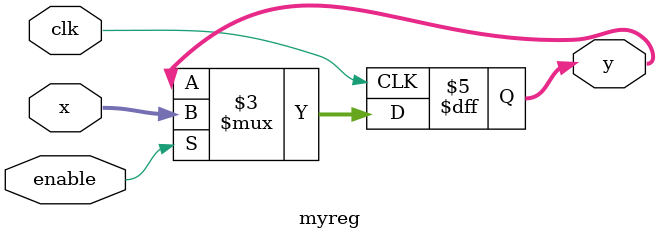
<source format=v>
module myreg(x, clk, enable, y);
	input[15:0] x;
	input clk,enable;
	output reg[15:0] y;

	always @ (posedge clk) begin
		if (enable == 1'b1)
			y <= x;
		end
endmodule 
</source>
